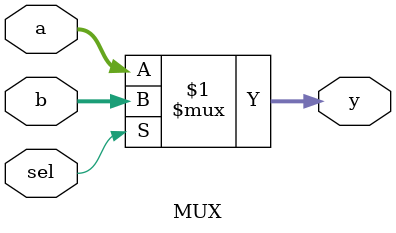
<source format=v>
module MUX(
    input wire [31:0] a,    // Entrada 1
    input wire [31:0] b,    // Entrada 2
    input wire sel,         // Señal de selección
    output wire [31:0] y    // Salida
);

    assign y = (sel) ? b : a;

endmodule

</source>
